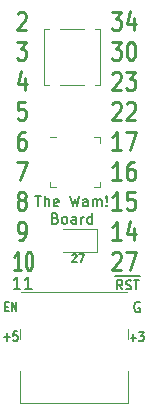
<source format=gbr>
%TF.GenerationSoftware,KiCad,Pcbnew,5.1.8+dfsg1-1~bpo10+1*%
%TF.CreationDate,2020-11-13T08:11:59-08:00*%
%TF.ProjectId,samd11d14_usb-c,73616d64-3131-4643-9134-5f7573622d63,B*%
%TF.SameCoordinates,Original*%
%TF.FileFunction,Legend,Top*%
%TF.FilePolarity,Positive*%
%FSLAX46Y46*%
G04 Gerber Fmt 4.6, Leading zero omitted, Abs format (unit mm)*
G04 Created by KiCad (PCBNEW 5.1.8+dfsg1-1~bpo10+1) date 2020-11-13 08:11:59*
%MOMM*%
%LPD*%
G01*
G04 APERTURE LIST*
%ADD10C,0.127000*%
%ADD11C,0.152400*%
%ADD12C,0.177800*%
%ADD13C,0.254000*%
%ADD14C,0.203200*%
%ADD15C,0.120000*%
G04 APERTURE END LIST*
D10*
X116610190Y-113758738D02*
X116640428Y-113728500D01*
X116700904Y-113698261D01*
X116852095Y-113698261D01*
X116912571Y-113728500D01*
X116942809Y-113758738D01*
X116973047Y-113819214D01*
X116973047Y-113879690D01*
X116942809Y-113970404D01*
X116579952Y-114333261D01*
X116973047Y-114333261D01*
X117184714Y-113698261D02*
X117608047Y-113698261D01*
X117335904Y-114333261D01*
D11*
X121545714Y-120764428D02*
X122029523Y-120764428D01*
X121787619Y-121054714D02*
X121787619Y-120474142D01*
X122271428Y-120292714D02*
X122664523Y-120292714D01*
X122452857Y-120583000D01*
X122543571Y-120583000D01*
X122604047Y-120619285D01*
X122634285Y-120655571D01*
X122664523Y-120728142D01*
X122664523Y-120909571D01*
X122634285Y-120982142D01*
X122604047Y-121018428D01*
X122543571Y-121054714D01*
X122362142Y-121054714D01*
X122301666Y-121018428D01*
X122271428Y-120982142D01*
D12*
X122309571Y-117765500D02*
X122237000Y-117723166D01*
X122128142Y-117723166D01*
X122019285Y-117765500D01*
X121946714Y-117850166D01*
X121910428Y-117934833D01*
X121874142Y-118104166D01*
X121874142Y-118231166D01*
X121910428Y-118400500D01*
X121946714Y-118485166D01*
X122019285Y-118569833D01*
X122128142Y-118612166D01*
X122200714Y-118612166D01*
X122309571Y-118569833D01*
X122345857Y-118527500D01*
X122345857Y-118231166D01*
X122200714Y-118231166D01*
D11*
X120235857Y-115583240D02*
X120997857Y-115583240D01*
X120852714Y-116674714D02*
X120598714Y-116311857D01*
X120417285Y-116674714D02*
X120417285Y-115912714D01*
X120707571Y-115912714D01*
X120780142Y-115949000D01*
X120816428Y-115985285D01*
X120852714Y-116057857D01*
X120852714Y-116166714D01*
X120816428Y-116239285D01*
X120780142Y-116275571D01*
X120707571Y-116311857D01*
X120417285Y-116311857D01*
X120997857Y-115583240D02*
X121723571Y-115583240D01*
X121143000Y-116638428D02*
X121251857Y-116674714D01*
X121433285Y-116674714D01*
X121505857Y-116638428D01*
X121542142Y-116602142D01*
X121578428Y-116529571D01*
X121578428Y-116457000D01*
X121542142Y-116384428D01*
X121505857Y-116348142D01*
X121433285Y-116311857D01*
X121288142Y-116275571D01*
X121215571Y-116239285D01*
X121179285Y-116203000D01*
X121143000Y-116130428D01*
X121143000Y-116057857D01*
X121179285Y-115985285D01*
X121215571Y-115949000D01*
X121288142Y-115912714D01*
X121469571Y-115912714D01*
X121578428Y-115949000D01*
X121723571Y-115583240D02*
X122304142Y-115583240D01*
X121796142Y-115912714D02*
X122231571Y-115912714D01*
X122013857Y-116674714D02*
X122013857Y-115912714D01*
D13*
X120008380Y-113650571D02*
X120068857Y-113578000D01*
X120189809Y-113505428D01*
X120492190Y-113505428D01*
X120613142Y-113578000D01*
X120673619Y-113650571D01*
X120734095Y-113795714D01*
X120734095Y-113940857D01*
X120673619Y-114158571D01*
X119947904Y-115029428D01*
X120734095Y-115029428D01*
X121157428Y-113505428D02*
X122004095Y-113505428D01*
X121459809Y-115029428D01*
X120734095Y-112489428D02*
X120008380Y-112489428D01*
X120371238Y-112489428D02*
X120371238Y-110965428D01*
X120250285Y-111183142D01*
X120129333Y-111328285D01*
X120008380Y-111400857D01*
X121822666Y-111473428D02*
X121822666Y-112489428D01*
X121520285Y-110892857D02*
X121217904Y-111981428D01*
X122004095Y-111981428D01*
X120734095Y-109949428D02*
X120008380Y-109949428D01*
X120371238Y-109949428D02*
X120371238Y-108425428D01*
X120250285Y-108643142D01*
X120129333Y-108788285D01*
X120008380Y-108860857D01*
X121883142Y-108425428D02*
X121278380Y-108425428D01*
X121217904Y-109151142D01*
X121278380Y-109078571D01*
X121399333Y-109006000D01*
X121701714Y-109006000D01*
X121822666Y-109078571D01*
X121883142Y-109151142D01*
X121943619Y-109296285D01*
X121943619Y-109659142D01*
X121883142Y-109804285D01*
X121822666Y-109876857D01*
X121701714Y-109949428D01*
X121399333Y-109949428D01*
X121278380Y-109876857D01*
X121217904Y-109804285D01*
X120734095Y-107409428D02*
X120008380Y-107409428D01*
X120371238Y-107409428D02*
X120371238Y-105885428D01*
X120250285Y-106103142D01*
X120129333Y-106248285D01*
X120008380Y-106320857D01*
X121822666Y-105885428D02*
X121580761Y-105885428D01*
X121459809Y-105958000D01*
X121399333Y-106030571D01*
X121278380Y-106248285D01*
X121217904Y-106538571D01*
X121217904Y-107119142D01*
X121278380Y-107264285D01*
X121338857Y-107336857D01*
X121459809Y-107409428D01*
X121701714Y-107409428D01*
X121822666Y-107336857D01*
X121883142Y-107264285D01*
X121943619Y-107119142D01*
X121943619Y-106756285D01*
X121883142Y-106611142D01*
X121822666Y-106538571D01*
X121701714Y-106466000D01*
X121459809Y-106466000D01*
X121338857Y-106538571D01*
X121278380Y-106611142D01*
X121217904Y-106756285D01*
X120734095Y-104869428D02*
X120008380Y-104869428D01*
X120371238Y-104869428D02*
X120371238Y-103345428D01*
X120250285Y-103563142D01*
X120129333Y-103708285D01*
X120008380Y-103780857D01*
X121157428Y-103345428D02*
X122004095Y-103345428D01*
X121459809Y-104869428D01*
X120008380Y-100950571D02*
X120068857Y-100878000D01*
X120189809Y-100805428D01*
X120492190Y-100805428D01*
X120613142Y-100878000D01*
X120673619Y-100950571D01*
X120734095Y-101095714D01*
X120734095Y-101240857D01*
X120673619Y-101458571D01*
X119947904Y-102329428D01*
X120734095Y-102329428D01*
X121217904Y-100950571D02*
X121278380Y-100878000D01*
X121399333Y-100805428D01*
X121701714Y-100805428D01*
X121822666Y-100878000D01*
X121883142Y-100950571D01*
X121943619Y-101095714D01*
X121943619Y-101240857D01*
X121883142Y-101458571D01*
X121157428Y-102329428D01*
X121943619Y-102329428D01*
X120008380Y-98410571D02*
X120068857Y-98338000D01*
X120189809Y-98265428D01*
X120492190Y-98265428D01*
X120613142Y-98338000D01*
X120673619Y-98410571D01*
X120734095Y-98555714D01*
X120734095Y-98700857D01*
X120673619Y-98918571D01*
X119947904Y-99789428D01*
X120734095Y-99789428D01*
X121157428Y-98265428D02*
X121943619Y-98265428D01*
X121520285Y-98846000D01*
X121701714Y-98846000D01*
X121822666Y-98918571D01*
X121883142Y-98991142D01*
X121943619Y-99136285D01*
X121943619Y-99499142D01*
X121883142Y-99644285D01*
X121822666Y-99716857D01*
X121701714Y-99789428D01*
X121338857Y-99789428D01*
X121217904Y-99716857D01*
X121157428Y-99644285D01*
X119947904Y-95725428D02*
X120734095Y-95725428D01*
X120310761Y-96306000D01*
X120492190Y-96306000D01*
X120613142Y-96378571D01*
X120673619Y-96451142D01*
X120734095Y-96596285D01*
X120734095Y-96959142D01*
X120673619Y-97104285D01*
X120613142Y-97176857D01*
X120492190Y-97249428D01*
X120129333Y-97249428D01*
X120008380Y-97176857D01*
X119947904Y-97104285D01*
X121520285Y-95725428D02*
X121641238Y-95725428D01*
X121762190Y-95798000D01*
X121822666Y-95870571D01*
X121883142Y-96015714D01*
X121943619Y-96306000D01*
X121943619Y-96668857D01*
X121883142Y-96959142D01*
X121822666Y-97104285D01*
X121762190Y-97176857D01*
X121641238Y-97249428D01*
X121520285Y-97249428D01*
X121399333Y-97176857D01*
X121338857Y-97104285D01*
X121278380Y-96959142D01*
X121217904Y-96668857D01*
X121217904Y-96306000D01*
X121278380Y-96015714D01*
X121338857Y-95870571D01*
X121399333Y-95798000D01*
X121520285Y-95725428D01*
X119947904Y-93185428D02*
X120734095Y-93185428D01*
X120310761Y-93766000D01*
X120492190Y-93766000D01*
X120613142Y-93838571D01*
X120673619Y-93911142D01*
X120734095Y-94056285D01*
X120734095Y-94419142D01*
X120673619Y-94564285D01*
X120613142Y-94636857D01*
X120492190Y-94709428D01*
X120129333Y-94709428D01*
X120008380Y-94636857D01*
X119947904Y-94564285D01*
X121822666Y-93693428D02*
X121822666Y-94709428D01*
X121520285Y-93112857D02*
X121217904Y-94201428D01*
X122004095Y-94201428D01*
D11*
X110920469Y-118131771D02*
X111132136Y-118131771D01*
X111222850Y-118530914D02*
X110920469Y-118530914D01*
X110920469Y-117768914D01*
X111222850Y-117768914D01*
X111494993Y-118530914D02*
X111494993Y-117768914D01*
X111857850Y-118530914D01*
X111857850Y-117768914D01*
D10*
X110855034Y-120713500D02*
X111338843Y-120713500D01*
X111096939Y-121052166D02*
X111096939Y-120374833D01*
X111943605Y-120163166D02*
X111641224Y-120163166D01*
X111610986Y-120586500D01*
X111641224Y-120544166D01*
X111701700Y-120501833D01*
X111852891Y-120501833D01*
X111913367Y-120544166D01*
X111943605Y-120586500D01*
X111973843Y-120671166D01*
X111973843Y-120882833D01*
X111943605Y-120967500D01*
X111913367Y-121009833D01*
X111852891Y-121052166D01*
X111701700Y-121052166D01*
X111641224Y-121009833D01*
X111610986Y-120967500D01*
D14*
X112216476Y-116609619D02*
X111635904Y-116609619D01*
X111926190Y-116609619D02*
X111926190Y-115593619D01*
X111829428Y-115738761D01*
X111732666Y-115835523D01*
X111635904Y-115883904D01*
X113184095Y-116609619D02*
X112603523Y-116609619D01*
X112893809Y-116609619D02*
X112893809Y-115593619D01*
X112797047Y-115738761D01*
X112700285Y-115835523D01*
X112603523Y-115883904D01*
D13*
X112273476Y-115029428D02*
X111692904Y-115029428D01*
X111983190Y-115029428D02*
X111983190Y-113505428D01*
X111886428Y-113723142D01*
X111789666Y-113868285D01*
X111692904Y-113940857D01*
X112902428Y-113505428D02*
X112999190Y-113505428D01*
X113095952Y-113578000D01*
X113144333Y-113650571D01*
X113192714Y-113795714D01*
X113241095Y-114086000D01*
X113241095Y-114448857D01*
X113192714Y-114739142D01*
X113144333Y-114884285D01*
X113095952Y-114956857D01*
X112999190Y-115029428D01*
X112902428Y-115029428D01*
X112805666Y-114956857D01*
X112757285Y-114884285D01*
X112708904Y-114739142D01*
X112660523Y-114448857D01*
X112660523Y-114086000D01*
X112708904Y-113795714D01*
X112757285Y-113650571D01*
X112805666Y-113578000D01*
X112902428Y-113505428D01*
X112098095Y-112489428D02*
X112340000Y-112489428D01*
X112460952Y-112416857D01*
X112521428Y-112344285D01*
X112642380Y-112126571D01*
X112702857Y-111836285D01*
X112702857Y-111255714D01*
X112642380Y-111110571D01*
X112581904Y-111038000D01*
X112460952Y-110965428D01*
X112219047Y-110965428D01*
X112098095Y-111038000D01*
X112037619Y-111110571D01*
X111977142Y-111255714D01*
X111977142Y-111618571D01*
X112037619Y-111763714D01*
X112098095Y-111836285D01*
X112219047Y-111908857D01*
X112460952Y-111908857D01*
X112581904Y-111836285D01*
X112642380Y-111763714D01*
X112702857Y-111618571D01*
X112219047Y-109078571D02*
X112098095Y-109006000D01*
X112037619Y-108933428D01*
X111977142Y-108788285D01*
X111977142Y-108715714D01*
X112037619Y-108570571D01*
X112098095Y-108498000D01*
X112219047Y-108425428D01*
X112460952Y-108425428D01*
X112581904Y-108498000D01*
X112642380Y-108570571D01*
X112702857Y-108715714D01*
X112702857Y-108788285D01*
X112642380Y-108933428D01*
X112581904Y-109006000D01*
X112460952Y-109078571D01*
X112219047Y-109078571D01*
X112098095Y-109151142D01*
X112037619Y-109223714D01*
X111977142Y-109368857D01*
X111977142Y-109659142D01*
X112037619Y-109804285D01*
X112098095Y-109876857D01*
X112219047Y-109949428D01*
X112460952Y-109949428D01*
X112581904Y-109876857D01*
X112642380Y-109804285D01*
X112702857Y-109659142D01*
X112702857Y-109368857D01*
X112642380Y-109223714D01*
X112581904Y-109151142D01*
X112460952Y-109078571D01*
X111916666Y-105885428D02*
X112763333Y-105885428D01*
X112219047Y-107409428D01*
X112581904Y-103345428D02*
X112340000Y-103345428D01*
X112219047Y-103418000D01*
X112158571Y-103490571D01*
X112037619Y-103708285D01*
X111977142Y-103998571D01*
X111977142Y-104579142D01*
X112037619Y-104724285D01*
X112098095Y-104796857D01*
X112219047Y-104869428D01*
X112460952Y-104869428D01*
X112581904Y-104796857D01*
X112642380Y-104724285D01*
X112702857Y-104579142D01*
X112702857Y-104216285D01*
X112642380Y-104071142D01*
X112581904Y-103998571D01*
X112460952Y-103926000D01*
X112219047Y-103926000D01*
X112098095Y-103998571D01*
X112037619Y-104071142D01*
X111977142Y-104216285D01*
X112642380Y-100805428D02*
X112037619Y-100805428D01*
X111977142Y-101531142D01*
X112037619Y-101458571D01*
X112158571Y-101386000D01*
X112460952Y-101386000D01*
X112581904Y-101458571D01*
X112642380Y-101531142D01*
X112702857Y-101676285D01*
X112702857Y-102039142D01*
X112642380Y-102184285D01*
X112581904Y-102256857D01*
X112460952Y-102329428D01*
X112158571Y-102329428D01*
X112037619Y-102256857D01*
X111977142Y-102184285D01*
X112581904Y-98773428D02*
X112581904Y-99789428D01*
X112279523Y-98192857D02*
X111977142Y-99281428D01*
X112763333Y-99281428D01*
X111916666Y-95725428D02*
X112702857Y-95725428D01*
X112279523Y-96306000D01*
X112460952Y-96306000D01*
X112581904Y-96378571D01*
X112642380Y-96451142D01*
X112702857Y-96596285D01*
X112702857Y-96959142D01*
X112642380Y-97104285D01*
X112581904Y-97176857D01*
X112460952Y-97249428D01*
X112098095Y-97249428D01*
X111977142Y-97176857D01*
X111916666Y-97104285D01*
X111977142Y-93330571D02*
X112037619Y-93258000D01*
X112158571Y-93185428D01*
X112460952Y-93185428D01*
X112581904Y-93258000D01*
X112642380Y-93330571D01*
X112702857Y-93475714D01*
X112702857Y-93620857D01*
X112642380Y-93838571D01*
X111916666Y-94709428D01*
X112702857Y-94709428D01*
D11*
X113495666Y-108752216D02*
X114003666Y-108752216D01*
X113749666Y-109641216D02*
X113749666Y-108752216D01*
X114300000Y-109641216D02*
X114300000Y-108752216D01*
X114681000Y-109641216D02*
X114681000Y-109175550D01*
X114638666Y-109090883D01*
X114554000Y-109048550D01*
X114427000Y-109048550D01*
X114342333Y-109090883D01*
X114300000Y-109133216D01*
X115443000Y-109598883D02*
X115358333Y-109641216D01*
X115189000Y-109641216D01*
X115104333Y-109598883D01*
X115062000Y-109514216D01*
X115062000Y-109175550D01*
X115104333Y-109090883D01*
X115189000Y-109048550D01*
X115358333Y-109048550D01*
X115443000Y-109090883D01*
X115485333Y-109175550D01*
X115485333Y-109260216D01*
X115062000Y-109344883D01*
X116459000Y-108752216D02*
X116670666Y-109641216D01*
X116840000Y-109006216D01*
X117009333Y-109641216D01*
X117221000Y-108752216D01*
X117940666Y-109641216D02*
X117940666Y-109175550D01*
X117898333Y-109090883D01*
X117813666Y-109048550D01*
X117644333Y-109048550D01*
X117559666Y-109090883D01*
X117940666Y-109598883D02*
X117856000Y-109641216D01*
X117644333Y-109641216D01*
X117559666Y-109598883D01*
X117517333Y-109514216D01*
X117517333Y-109429550D01*
X117559666Y-109344883D01*
X117644333Y-109302550D01*
X117856000Y-109302550D01*
X117940666Y-109260216D01*
X118364000Y-109641216D02*
X118364000Y-109048550D01*
X118364000Y-109133216D02*
X118406333Y-109090883D01*
X118491000Y-109048550D01*
X118618000Y-109048550D01*
X118702666Y-109090883D01*
X118745000Y-109175550D01*
X118745000Y-109641216D01*
X118745000Y-109175550D02*
X118787333Y-109090883D01*
X118872000Y-109048550D01*
X118999000Y-109048550D01*
X119083666Y-109090883D01*
X119126000Y-109175550D01*
X119126000Y-109641216D01*
X119549333Y-109556550D02*
X119591666Y-109598883D01*
X119549333Y-109641216D01*
X119507000Y-109598883D01*
X119549333Y-109556550D01*
X119549333Y-109641216D01*
X119549333Y-109302550D02*
X119507000Y-108794550D01*
X119549333Y-108752216D01*
X119591666Y-108794550D01*
X119549333Y-109302550D01*
X119549333Y-108752216D01*
X115167833Y-110661450D02*
X115294833Y-110703783D01*
X115337166Y-110746116D01*
X115379500Y-110830783D01*
X115379500Y-110957783D01*
X115337166Y-111042450D01*
X115294833Y-111084783D01*
X115210166Y-111127116D01*
X114871500Y-111127116D01*
X114871500Y-110238116D01*
X115167833Y-110238116D01*
X115252500Y-110280450D01*
X115294833Y-110322783D01*
X115337166Y-110407450D01*
X115337166Y-110492116D01*
X115294833Y-110576783D01*
X115252500Y-110619116D01*
X115167833Y-110661450D01*
X114871500Y-110661450D01*
X115887500Y-111127116D02*
X115802833Y-111084783D01*
X115760500Y-111042450D01*
X115718166Y-110957783D01*
X115718166Y-110703783D01*
X115760500Y-110619116D01*
X115802833Y-110576783D01*
X115887500Y-110534450D01*
X116014500Y-110534450D01*
X116099166Y-110576783D01*
X116141500Y-110619116D01*
X116183833Y-110703783D01*
X116183833Y-110957783D01*
X116141500Y-111042450D01*
X116099166Y-111084783D01*
X116014500Y-111127116D01*
X115887500Y-111127116D01*
X116945833Y-111127116D02*
X116945833Y-110661450D01*
X116903500Y-110576783D01*
X116818833Y-110534450D01*
X116649500Y-110534450D01*
X116564833Y-110576783D01*
X116945833Y-111084783D02*
X116861166Y-111127116D01*
X116649500Y-111127116D01*
X116564833Y-111084783D01*
X116522500Y-111000116D01*
X116522500Y-110915450D01*
X116564833Y-110830783D01*
X116649500Y-110788450D01*
X116861166Y-110788450D01*
X116945833Y-110746116D01*
X117369166Y-111127116D02*
X117369166Y-110534450D01*
X117369166Y-110703783D02*
X117411500Y-110619116D01*
X117453833Y-110576783D01*
X117538500Y-110534450D01*
X117623166Y-110534450D01*
X118300500Y-111127116D02*
X118300500Y-110238116D01*
X118300500Y-111084783D02*
X118215833Y-111127116D01*
X118046500Y-111127116D01*
X117961833Y-111084783D01*
X117919500Y-111042450D01*
X117877166Y-110957783D01*
X117877166Y-110703783D01*
X117919500Y-110619116D01*
X117961833Y-110576783D01*
X118046500Y-110534450D01*
X118215833Y-110534450D01*
X118300500Y-110576783D01*
D15*
%TO.C,SW101*%
X118956000Y-94658000D02*
X118956000Y-99398000D01*
X118956000Y-94658000D02*
X118556000Y-94658000D01*
X118956000Y-99398000D02*
X118556000Y-99398000D01*
X114216000Y-94658000D02*
X114616000Y-94658000D01*
X114216000Y-94658000D02*
X114216000Y-99398000D01*
X114216000Y-99398000D02*
X114616000Y-99398000D01*
X115556000Y-99398000D02*
X117616000Y-99398000D01*
X115556000Y-94658000D02*
X117616000Y-94658000D01*
%TO.C,D101*%
X115840000Y-113482000D02*
X118700000Y-113482000D01*
X118700000Y-113482000D02*
X118700000Y-111562000D01*
X118700000Y-111562000D02*
X115840000Y-111562000D01*
%TO.C,J101*%
X112172000Y-126332000D02*
X121362000Y-126332000D01*
X112292000Y-116922000D02*
X121242000Y-116922000D01*
X121362000Y-123602000D02*
X121362000Y-126332000D01*
X112172000Y-123602000D02*
X112172000Y-126332000D01*
X121362000Y-120002000D02*
X121362000Y-120902000D01*
X112172000Y-120002000D02*
X112172000Y-120902000D01*
%TO.C,U102*%
X118475000Y-103808000D02*
X118950000Y-103808000D01*
X118950000Y-103808000D02*
X118950000Y-104283000D01*
X115205000Y-108028000D02*
X114730000Y-108028000D01*
X114730000Y-108028000D02*
X114730000Y-107553000D01*
X118475000Y-108028000D02*
X118950000Y-108028000D01*
X118950000Y-108028000D02*
X118950000Y-107553000D01*
X115205000Y-103808000D02*
X114730000Y-103808000D01*
%TD*%
M02*

</source>
